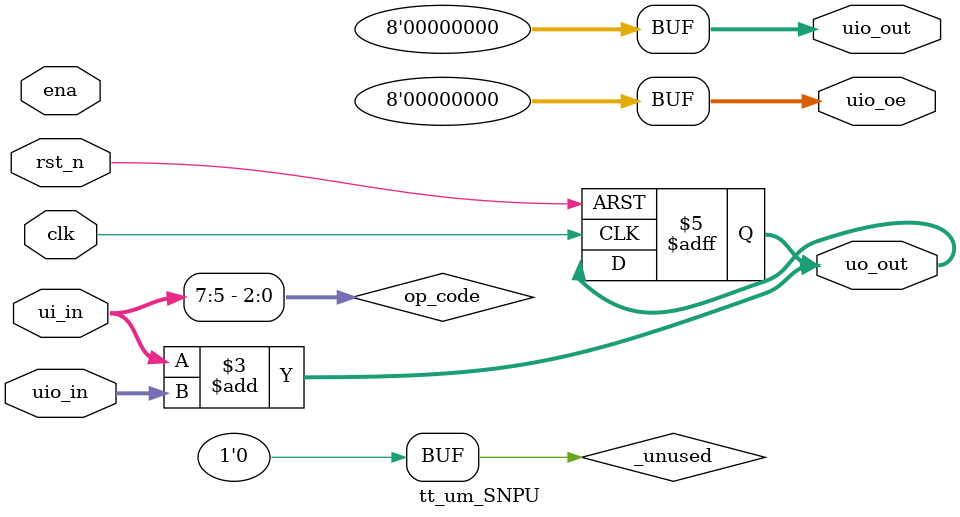
<source format=v>
/*
 * Copyright (c) 2025 Laurent Roro
 * SPDX-License-Identifier: Apache-2.0
 */

`default_nettype none

/* === RANDOM STUFF === */

module nand_latch (
  input wire S,
  input wire R,
  output wire Q,
  output wire Qn
);
  wire q_int, qn_int;
  assign q_int  = ~(S & qn_int);
  assign qn_int = ~(R & q_int);
  assign Q = q_int;
  assign Qn = qn_int;
endmodule

module funky_rnd(
  input wire G, // generator state : 0 = random mode, 1 = freeze
  output wire R // output random value between 0 or 1
);
  wire Qn_ignore;
  nand_latch my_latch (
    .S(G), // !!! normally, S=R=0 is banned, but here I want Q to be random
    .R(G), // !!! so it's all good... maybe ? I don't know electronics enough.
    .Q(R),
    .Qn(Qn_ignore)
  );
endmodule

// module pseudo_rnd(
//   input wire clk,
//   input wire rst,
//   output reg [7:0] R
// )
//   reg [7:0] lfsr;
//   wire feedback;

//   // Feedback polynomial: x^8 + x^6 + x^5 + x^4 + 1
//   assign feedback = lfsr[7] ^ lfsr[5] ^ lfsr[4] ^ lfsr[3];

//   always @(posedge clk or posedge rst) begin
//     if (rst) begin
//       lfsr <= 8'h1;  // Non-zero seed
//     end else begin
//       lfsr <= {lfsr[6:0], feedback};
//     end
//   end

//   // Output current LFSR value as pseudo-random value
//   always @(*) begin
//     rand_val = lfsr;
//   end
// endmodule

/*  */

// ===================
// === MAIN MODULE ===
// ===================

// tt_um_SNPU stands for "Tiny Tapeout - Secret Nigon Processing Unit"
module tt_um_SNPU (
    input  wire [7:0] ui_in,    // Dedicated inputs
    output reg  [7:0] uo_out,   // Dedicated outputs
    input  wire [7:0] uio_in,   // IOs: Input path
    output reg  [7:0] uio_out,  // IOs: Output path
    output wire [7:0] uio_oe,   // IOs: Enable path (active high: 0=input, 1=output)
    input  wire       ena,      // always 1 when the design is powered, so you can ignore it
    input  wire       clk,      // clock
    input  wire       rst_n     // reset_n - low to reset
);

  // board game state
  reg [16:0] policies; // 17 policy cards with 6x 0 and 11x 1.
  reg [5:0] N_stack;   // initialized to 17 : number of policies in the main stack
  reg [5:0] N_discard; // initialized to 0  : number of cards that are in the hand of a player
  // policies  : [ 0 1 1 0 1 1 1║0 1 0 1 1┊0 1 0 1 1 ]
  // N_stack   : ═══════════════╝         ┊           
  // N_discard :                └─────────┘           
  //              [STACK]        [DISCARD] [ BOARD ]

  // role distribution for game initialization
  reg [10:0] players_party;
  reg [10:0] players_nigonitude;

  wire [2:0] op_code;
  assign op_code = ui_in[7:5];  // Use the top 3 bits of A to determine the operation
  // always @(*) begin
  always @(posedge clk or negedge rst_n) begin
    if (!rst_n) begin
      policies  <= 17'b00000000000111111; // cf [board game state]
      N_stack   <= 17; // cf [board game state]
      N_discard <= 0 ; // cf [board game state]
      // players_party <= 0; // TODO
      // players_nigonitude<=0; // TODO
      uio_out <=0; // TODO : I think we don't care
      uo_out  <=0; // TODO : I think we don't care
    end
    // else case (op_code)
    //   // 3'b000: uo_out = A + B;           // Addition
    //   // 3'b001: uo_out = A - B;           // Subtraction
    //   // 3'b010: uo_out = A & B;           // Bitwise AND
    //   // 3'b011: uo_out = A | B;           // Bitwise OR
    //   // 3'b100: uo_out = A ^ B;           // Bitwise XOR
    //   // 3'b101: uo_out = ~A;              // Bitwise NOT of A
    //   // 3'b110: uo_out = B;               // Pass through B
    //   // 3'b111: uo_out = A;               // Pass through A
    //   default: uo_out = 8'b00000000;
    // endcase
  end

  // list of operations :
  // - OP_reset() : policies=00000000000111111, N_stack=17, N_hand=0, N_discard = 0
  // - OP_player_reset(player_count) : initialize player array to 000...01...1 and another array with 000...01, they will be shuffled together
  // - OP_player_get(index)
  // - OP_shuffle() : shuffles all bits in [0..(N_stack+N_discard)] ; might need to run multiple time to get an actual shuffle ; only works if N_hand==0
  // - OP_hand_display(index) : shows the card at N_stack-1-index
  // - OP_hand_discard(index) : shift all registers from N_stack-1-index etc...
  // - OP_hand_play(index)    : shift all registers from N_stack-1-index etc...
  // - OP_board_display() : outputs two 4 bit integers (how many ZEROS and how many ONES inside the BOARD section)

  // All output pins must be assigned. If not used, assign to 0.
  assign uo_out  = ui_in + uio_in;  // Example: ou_out is the sum of ui_in and uio_in
  assign uio_out = 0;
  assign uio_oe  = 0;

  // List all unused inputs to prevent warnings
  wire _unused = &{ena, clk, rst_n, 1'b0};
endmodule

</source>
